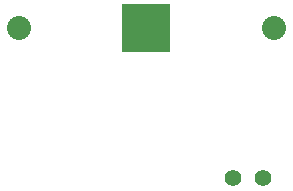
<source format=gbs>
G04 (created by PCBNEW (2013-08-23 BZR 4296)-product) date 10/8/2013 12:25:44 PM*
%MOIN*%
G04 Gerber Fmt 3.4, Leading zero omitted, Abs format*
%FSLAX34Y34*%
G01*
G70*
G90*
G04 APERTURE LIST*
%ADD10C,0.005906*%
%ADD11C,0.055000*%
%ADD12C,0.080000*%
%ADD13R,0.160000X0.160000*%
G04 APERTURE END LIST*
G54D10*
G54D11*
X49430Y-47940D03*
X48430Y-47940D03*
G54D12*
X49805Y-42945D03*
X41305Y-42945D03*
G54D13*
X45555Y-42945D03*
M02*

</source>
